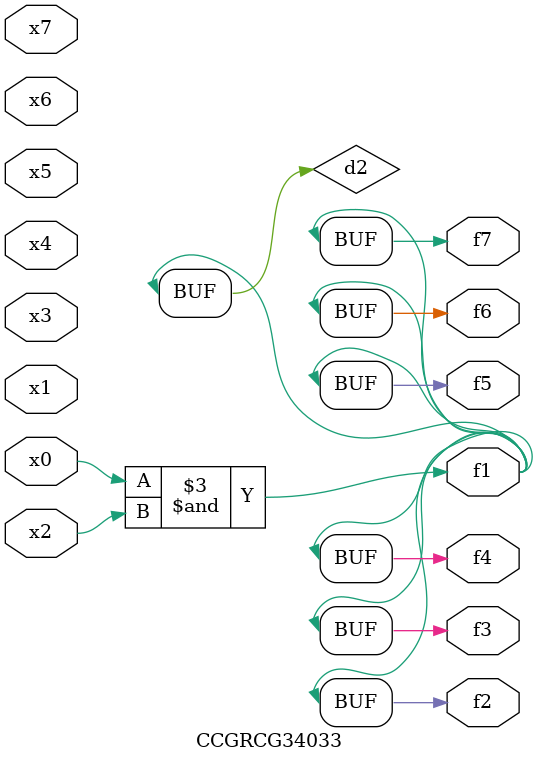
<source format=v>
module CCGRCG34033(
	input x0, x1, x2, x3, x4, x5, x6, x7,
	output f1, f2, f3, f4, f5, f6, f7
);

	wire d1, d2;

	nor (d1, x3, x6);
	and (d2, x0, x2);
	assign f1 = d2;
	assign f2 = d2;
	assign f3 = d2;
	assign f4 = d2;
	assign f5 = d2;
	assign f6 = d2;
	assign f7 = d2;
endmodule

</source>
